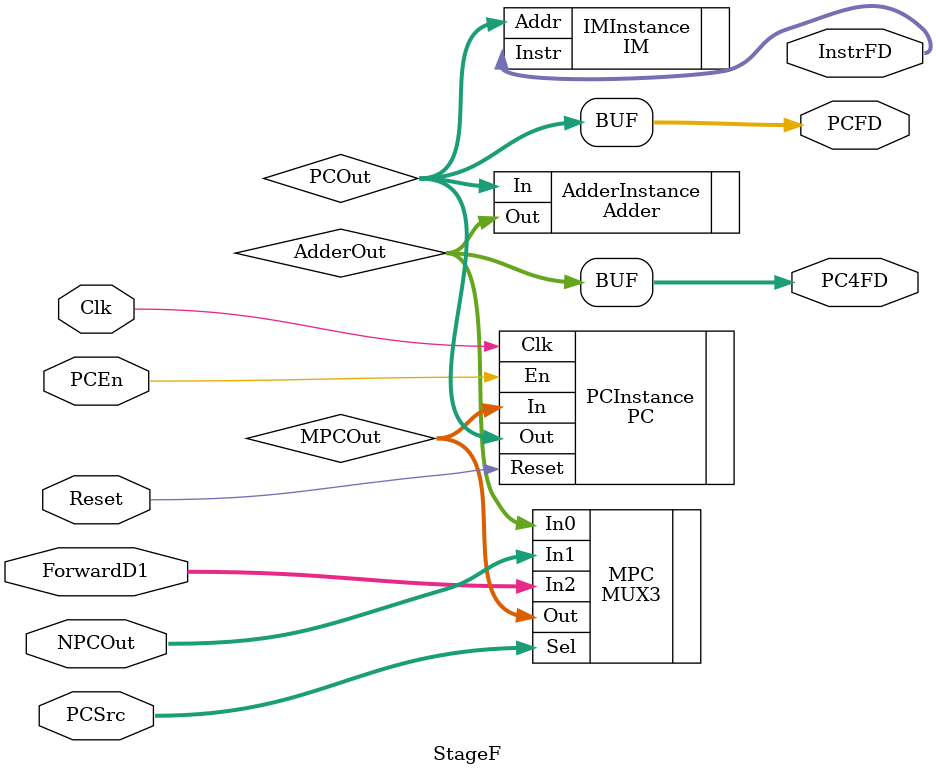
<source format=v>
`timescale 1ns / 1ps
module StageF(
    input Clk,
    input Reset,
	 input PCEn,
	 input [1:0] PCSrc,
	 input [31:0] NPCOut,
	 input [31:0] ForwardD1,
    output [31:0] InstrFD,
    output [31:0] PC4FD,
	 output [31:0] PCFD
    );

	wire [31:0] PCOut, MPCOut, AdderOut;
	
	MUX3 MPC (
    .In0(AdderOut), 
    .In1(NPCOut), 
    .In2(ForwardD1), 
    .Sel(PCSrc), 
    .Out(MPCOut)
    );
	
	PC PCInstance (
    .Clk(Clk), 
    .Reset(Reset), 
    .En(PCEn), 
    .In(MPCOut), 
    .Out(PCOut)
    );
	 
	 Adder AdderInstance (
    .In(PCOut), 
    .Out(AdderOut)
    );
	 
	 IM IMInstance (
    .Addr(PCOut), 
    .Instr(InstrFD)
    );

	assign PC4FD = AdderOut;
	assign PCFD = PCOut;

endmodule

</source>
